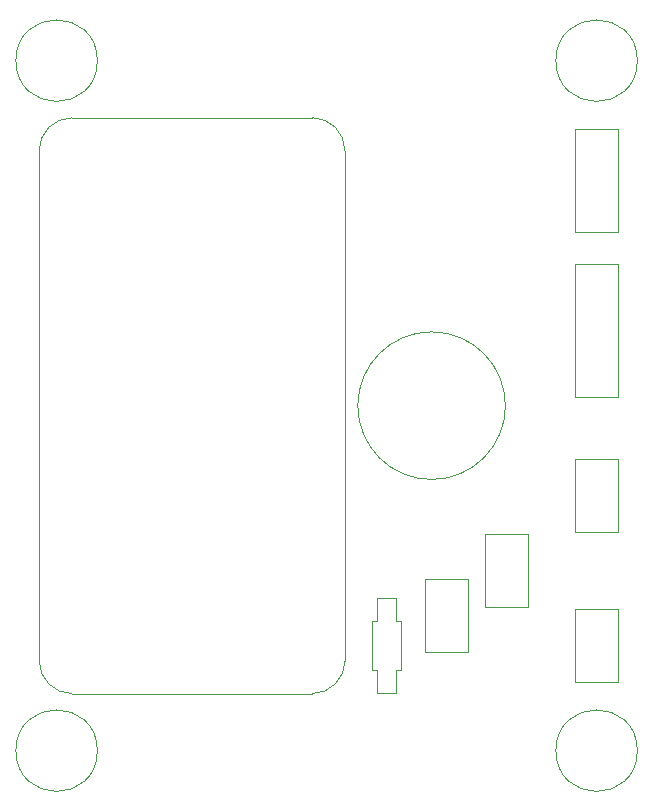
<source format=gbr>
%TF.GenerationSoftware,KiCad,Pcbnew,(5.1.12)-1*%
%TF.CreationDate,2021-12-07T17:24:08+01:00*%
%TF.ProjectId,PCB_Chair_tracker,5043425f-4368-4616-9972-5f747261636b,rev?*%
%TF.SameCoordinates,Original*%
%TF.FileFunction,Other,User*%
%FSLAX46Y46*%
G04 Gerber Fmt 4.6, Leading zero omitted, Abs format (unit mm)*
G04 Created by KiCad (PCBNEW (5.1.12)-1) date 2021-12-07 17:24:08*
%MOMM*%
%LPD*%
G01*
G04 APERTURE LIST*
%ADD10C,0.050000*%
G04 APERTURE END LIST*
D10*
%TO.C,H1*%
X171090000Y-118110000D02*
G75*
G03*
X171090000Y-118110000I-3450000J0D01*
G01*
%TO.C,H2*%
X125370000Y-59690000D02*
G75*
G03*
X125370000Y-59690000I-3450000J0D01*
G01*
%TO.C,tp2*%
X165840000Y-99590000D02*
X169440000Y-99590000D01*
X165840000Y-93440000D02*
X165840000Y-99590000D01*
X169440000Y-93440000D02*
X165840000Y-93440000D01*
X169440000Y-99590000D02*
X169440000Y-93440000D01*
%TO.C,ESP1*%
X146340001Y-67310000D02*
X146340001Y-110490000D01*
X123230001Y-64520000D02*
X143550001Y-64520000D01*
X120440001Y-110490000D02*
X120440001Y-67310000D01*
X143550001Y-113280000D02*
X123230001Y-113280000D01*
X123230001Y-113280000D02*
G75*
G02*
X120440001Y-110490000I0J2790000D01*
G01*
X120440001Y-67310000D02*
G75*
G02*
X123230001Y-64520000I2790000J0D01*
G01*
X143550001Y-64520000D02*
G75*
G02*
X146340001Y-67310000I0J-2790000D01*
G01*
X146340001Y-110490000D02*
G75*
G02*
X143550001Y-113280000I-2790000J0D01*
G01*
%TO.C,Prox1*%
X169440000Y-76940000D02*
X165840000Y-76940000D01*
X169440000Y-88140000D02*
X169440000Y-76940000D01*
X165840000Y-88140000D02*
X169440000Y-88140000D01*
X165840000Y-76940000D02*
X165840000Y-88140000D01*
%TO.C,Vib1*%
X169440000Y-65510000D02*
X165840000Y-65510000D01*
X169440000Y-74160000D02*
X169440000Y-65510000D01*
X165840000Y-74160000D02*
X169440000Y-74160000D01*
X165840000Y-65510000D02*
X165840000Y-74160000D01*
%TO.C,bat1*%
X158220000Y-105940000D02*
X161820000Y-105940000D01*
X158220000Y-99790000D02*
X158220000Y-105940000D01*
X161820000Y-99790000D02*
X158220000Y-99790000D01*
X161820000Y-105940000D02*
X161820000Y-99790000D01*
%TO.C,tp1*%
X165840000Y-106150000D02*
X165840000Y-112300000D01*
X165840000Y-112300000D02*
X169440000Y-112300000D01*
X169440000Y-112300000D02*
X169440000Y-106150000D01*
X169440000Y-106150000D02*
X165840000Y-106150000D01*
%TO.C,led1*%
X153140000Y-103610000D02*
X153140000Y-109760000D01*
X153140000Y-109760000D02*
X156740000Y-109760000D01*
X156740000Y-109760000D02*
X156740000Y-103610000D01*
X156740000Y-103610000D02*
X153140000Y-103610000D01*
%TO.C,Alt1*%
X159920000Y-88900000D02*
G75*
G03*
X159920000Y-88900000I-6250000J0D01*
G01*
%TO.C,R1*%
X148610000Y-107120000D02*
X149060000Y-107120000D01*
X148610000Y-111320000D02*
X148610000Y-107120000D01*
X149060000Y-111320000D02*
X148610000Y-111320000D01*
X149060000Y-113220000D02*
X149060000Y-111320000D01*
X150660000Y-113220000D02*
X149060000Y-113220000D01*
X150660000Y-111320000D02*
X150660000Y-113220000D01*
X151110000Y-111320000D02*
X150660000Y-111320000D01*
X151110000Y-107120000D02*
X151110000Y-111320000D01*
X150660000Y-107120000D02*
X151110000Y-107120000D01*
X150660000Y-105220000D02*
X150660000Y-107120000D01*
X149060000Y-105220000D02*
X150660000Y-105220000D01*
X149060000Y-107120000D02*
X149060000Y-105220000D01*
%TO.C,H1*%
X171090000Y-59690000D02*
G75*
G03*
X171090000Y-59690000I-3450000J0D01*
G01*
%TO.C,H2*%
X125370000Y-118110000D02*
G75*
G03*
X125370000Y-118110000I-3450000J0D01*
G01*
%TD*%
M02*

</source>
